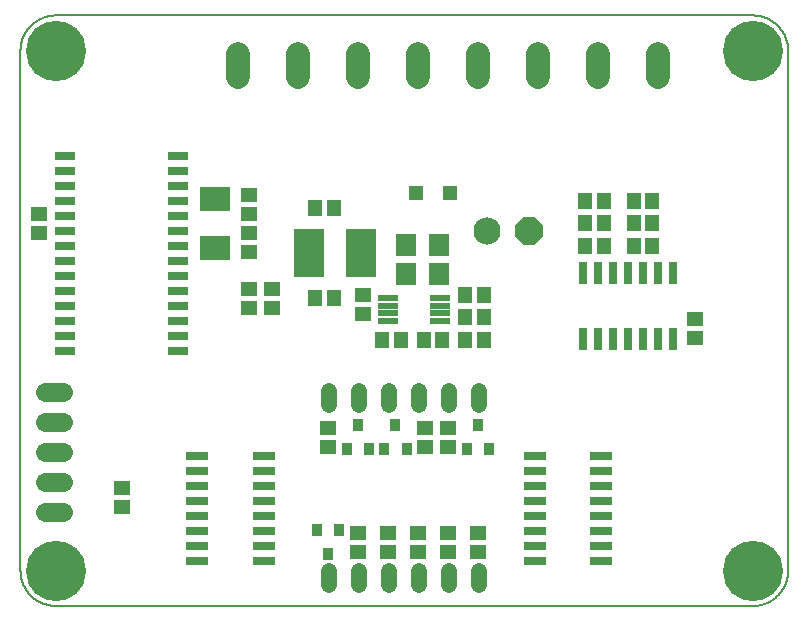
<source format=gts>
G75*
%MOIN*%
%OFA0B0*%
%FSLAX25Y25*%
%IPPOS*%
%LPD*%
%AMOC8*
5,1,8,0,0,1.08239X$1,22.5*
%
%ADD10C,0.00800*%
%ADD11R,0.05518X0.04731*%
%ADD12R,0.07290X0.03156*%
%ADD13R,0.03156X0.07290*%
%ADD14R,0.04731X0.05518*%
%ADD15C,0.06306*%
%ADD16C,0.05200*%
%ADD17R,0.03550X0.04337*%
%ADD18C,0.08077*%
%ADD19R,0.07093X0.02959*%
%ADD20R,0.09849X0.07880*%
%ADD21R,0.06896X0.02172*%
%ADD22R,0.10243X0.16148*%
%ADD23R,0.06699X0.07487*%
%ADD24R,0.04731X0.04731*%
%ADD25C,0.09061*%
%ADD26OC8,0.09061*%
%ADD27C,0.20085*%
D10*
X0034146Y0040429D02*
X0266430Y0040429D01*
X0266715Y0040432D01*
X0267001Y0040443D01*
X0267286Y0040460D01*
X0267570Y0040484D01*
X0267854Y0040515D01*
X0268137Y0040553D01*
X0268418Y0040598D01*
X0268699Y0040649D01*
X0268979Y0040707D01*
X0269257Y0040772D01*
X0269533Y0040844D01*
X0269807Y0040922D01*
X0270080Y0041007D01*
X0270350Y0041099D01*
X0270618Y0041197D01*
X0270884Y0041301D01*
X0271147Y0041412D01*
X0271407Y0041529D01*
X0271665Y0041652D01*
X0271919Y0041782D01*
X0272170Y0041918D01*
X0272418Y0042059D01*
X0272662Y0042207D01*
X0272903Y0042360D01*
X0273139Y0042520D01*
X0273372Y0042685D01*
X0273601Y0042855D01*
X0273826Y0043031D01*
X0274046Y0043213D01*
X0274262Y0043399D01*
X0274473Y0043591D01*
X0274680Y0043788D01*
X0274882Y0043990D01*
X0275079Y0044197D01*
X0275271Y0044408D01*
X0275457Y0044624D01*
X0275639Y0044844D01*
X0275815Y0045069D01*
X0275985Y0045298D01*
X0276150Y0045531D01*
X0276310Y0045767D01*
X0276463Y0046008D01*
X0276611Y0046252D01*
X0276752Y0046500D01*
X0276888Y0046751D01*
X0277018Y0047005D01*
X0277141Y0047263D01*
X0277258Y0047523D01*
X0277369Y0047786D01*
X0277473Y0048052D01*
X0277571Y0048320D01*
X0277663Y0048590D01*
X0277748Y0048863D01*
X0277826Y0049137D01*
X0277898Y0049413D01*
X0277963Y0049691D01*
X0278021Y0049971D01*
X0278072Y0050252D01*
X0278117Y0050533D01*
X0278155Y0050816D01*
X0278186Y0051100D01*
X0278210Y0051384D01*
X0278227Y0051669D01*
X0278238Y0051955D01*
X0278241Y0052240D01*
X0278241Y0225469D01*
X0278238Y0225754D01*
X0278227Y0226040D01*
X0278210Y0226325D01*
X0278186Y0226609D01*
X0278155Y0226893D01*
X0278117Y0227176D01*
X0278072Y0227457D01*
X0278021Y0227738D01*
X0277963Y0228018D01*
X0277898Y0228296D01*
X0277826Y0228572D01*
X0277748Y0228846D01*
X0277663Y0229119D01*
X0277571Y0229389D01*
X0277473Y0229657D01*
X0277369Y0229923D01*
X0277258Y0230186D01*
X0277141Y0230446D01*
X0277018Y0230704D01*
X0276888Y0230958D01*
X0276752Y0231209D01*
X0276611Y0231457D01*
X0276463Y0231701D01*
X0276310Y0231942D01*
X0276150Y0232178D01*
X0275985Y0232411D01*
X0275815Y0232640D01*
X0275639Y0232865D01*
X0275457Y0233085D01*
X0275271Y0233301D01*
X0275079Y0233512D01*
X0274882Y0233719D01*
X0274680Y0233921D01*
X0274473Y0234118D01*
X0274262Y0234310D01*
X0274046Y0234496D01*
X0273826Y0234678D01*
X0273601Y0234854D01*
X0273372Y0235024D01*
X0273139Y0235189D01*
X0272903Y0235349D01*
X0272662Y0235502D01*
X0272418Y0235650D01*
X0272170Y0235791D01*
X0271919Y0235927D01*
X0271665Y0236057D01*
X0271407Y0236180D01*
X0271147Y0236297D01*
X0270884Y0236408D01*
X0270618Y0236512D01*
X0270350Y0236610D01*
X0270080Y0236702D01*
X0269807Y0236787D01*
X0269533Y0236865D01*
X0269257Y0236937D01*
X0268979Y0237002D01*
X0268699Y0237060D01*
X0268418Y0237111D01*
X0268137Y0237156D01*
X0267854Y0237194D01*
X0267570Y0237225D01*
X0267286Y0237249D01*
X0267001Y0237266D01*
X0266715Y0237277D01*
X0266430Y0237280D01*
X0034146Y0237280D01*
X0033861Y0237277D01*
X0033575Y0237266D01*
X0033290Y0237249D01*
X0033006Y0237225D01*
X0032722Y0237194D01*
X0032439Y0237156D01*
X0032158Y0237111D01*
X0031877Y0237060D01*
X0031597Y0237002D01*
X0031319Y0236937D01*
X0031043Y0236865D01*
X0030769Y0236787D01*
X0030496Y0236702D01*
X0030226Y0236610D01*
X0029958Y0236512D01*
X0029692Y0236408D01*
X0029429Y0236297D01*
X0029169Y0236180D01*
X0028911Y0236057D01*
X0028657Y0235927D01*
X0028406Y0235791D01*
X0028158Y0235650D01*
X0027914Y0235502D01*
X0027673Y0235349D01*
X0027437Y0235189D01*
X0027204Y0235024D01*
X0026975Y0234854D01*
X0026750Y0234678D01*
X0026530Y0234496D01*
X0026314Y0234310D01*
X0026103Y0234118D01*
X0025896Y0233921D01*
X0025694Y0233719D01*
X0025497Y0233512D01*
X0025305Y0233301D01*
X0025119Y0233085D01*
X0024937Y0232865D01*
X0024761Y0232640D01*
X0024591Y0232411D01*
X0024426Y0232178D01*
X0024266Y0231942D01*
X0024113Y0231701D01*
X0023965Y0231457D01*
X0023824Y0231209D01*
X0023688Y0230958D01*
X0023558Y0230704D01*
X0023435Y0230446D01*
X0023318Y0230186D01*
X0023207Y0229923D01*
X0023103Y0229657D01*
X0023005Y0229389D01*
X0022913Y0229119D01*
X0022828Y0228846D01*
X0022750Y0228572D01*
X0022678Y0228296D01*
X0022613Y0228018D01*
X0022555Y0227738D01*
X0022504Y0227457D01*
X0022459Y0227176D01*
X0022421Y0226893D01*
X0022390Y0226609D01*
X0022366Y0226325D01*
X0022349Y0226040D01*
X0022338Y0225754D01*
X0022335Y0225469D01*
X0022335Y0052240D01*
X0022338Y0051955D01*
X0022349Y0051669D01*
X0022366Y0051384D01*
X0022390Y0051100D01*
X0022421Y0050816D01*
X0022459Y0050533D01*
X0022504Y0050252D01*
X0022555Y0049971D01*
X0022613Y0049691D01*
X0022678Y0049413D01*
X0022750Y0049137D01*
X0022828Y0048863D01*
X0022913Y0048590D01*
X0023005Y0048320D01*
X0023103Y0048052D01*
X0023207Y0047786D01*
X0023318Y0047523D01*
X0023435Y0047263D01*
X0023558Y0047005D01*
X0023688Y0046751D01*
X0023824Y0046500D01*
X0023965Y0046252D01*
X0024113Y0046008D01*
X0024266Y0045767D01*
X0024426Y0045531D01*
X0024591Y0045298D01*
X0024761Y0045069D01*
X0024937Y0044844D01*
X0025119Y0044624D01*
X0025305Y0044408D01*
X0025497Y0044197D01*
X0025694Y0043990D01*
X0025896Y0043788D01*
X0026103Y0043591D01*
X0026314Y0043399D01*
X0026530Y0043213D01*
X0026750Y0043031D01*
X0026975Y0042855D01*
X0027204Y0042685D01*
X0027437Y0042520D01*
X0027673Y0042360D01*
X0027914Y0042207D01*
X0028158Y0042059D01*
X0028406Y0041918D01*
X0028657Y0041782D01*
X0028911Y0041652D01*
X0029169Y0041529D01*
X0029429Y0041412D01*
X0029692Y0041301D01*
X0029958Y0041197D01*
X0030226Y0041099D01*
X0030496Y0041007D01*
X0030769Y0040922D01*
X0031043Y0040844D01*
X0031319Y0040772D01*
X0031597Y0040707D01*
X0031877Y0040649D01*
X0032158Y0040598D01*
X0032439Y0040553D01*
X0032722Y0040515D01*
X0033006Y0040484D01*
X0033290Y0040460D01*
X0033575Y0040443D01*
X0033861Y0040432D01*
X0034146Y0040429D01*
D11*
X0056085Y0073530D03*
X0056085Y0079829D03*
X0124835Y0093530D03*
X0124835Y0099829D03*
X0157335Y0099829D03*
X0164835Y0099829D03*
X0164835Y0093530D03*
X0157335Y0093530D03*
X0154835Y0064829D03*
X0154835Y0058530D03*
X0144835Y0058530D03*
X0144835Y0064829D03*
X0134835Y0064829D03*
X0134835Y0058530D03*
X0164835Y0058530D03*
X0164835Y0064829D03*
X0174835Y0064829D03*
X0174835Y0058530D03*
X0247335Y0129780D03*
X0247335Y0136079D03*
X0136509Y0137673D03*
X0136509Y0143972D03*
X0106085Y0146079D03*
X0106085Y0139780D03*
X0098585Y0139780D03*
X0098585Y0146079D03*
X0098585Y0158530D03*
X0098585Y0164829D03*
X0098585Y0171030D03*
X0098585Y0177329D03*
X0028585Y0171079D03*
X0028585Y0164780D03*
D12*
X0081213Y0090429D03*
X0081213Y0085429D03*
X0081213Y0080429D03*
X0081213Y0075429D03*
X0081213Y0070429D03*
X0081213Y0065429D03*
X0081213Y0060429D03*
X0081213Y0055429D03*
X0103457Y0055429D03*
X0103457Y0060429D03*
X0103457Y0065429D03*
X0103457Y0070429D03*
X0103457Y0075429D03*
X0103457Y0080429D03*
X0103457Y0085429D03*
X0103457Y0090429D03*
X0193713Y0090429D03*
X0193713Y0085429D03*
X0193713Y0080429D03*
X0193713Y0075429D03*
X0193713Y0070429D03*
X0193713Y0065429D03*
X0193713Y0060429D03*
X0193713Y0055429D03*
X0215957Y0055429D03*
X0215957Y0060429D03*
X0215957Y0065429D03*
X0215957Y0070429D03*
X0215957Y0075429D03*
X0215957Y0080429D03*
X0215957Y0085429D03*
X0215957Y0090429D03*
D13*
X0214835Y0129307D03*
X0219835Y0129307D03*
X0224835Y0129307D03*
X0229835Y0129307D03*
X0234835Y0129307D03*
X0239835Y0129307D03*
X0239835Y0151551D03*
X0234835Y0151551D03*
X0229835Y0151551D03*
X0224835Y0151551D03*
X0219835Y0151551D03*
X0214835Y0151551D03*
X0209835Y0151551D03*
X0209835Y0129307D03*
D14*
X0176735Y0129179D03*
X0170436Y0129179D03*
X0162985Y0129179D03*
X0156686Y0129179D03*
X0149235Y0129179D03*
X0142936Y0129179D03*
X0126735Y0142929D03*
X0120436Y0142929D03*
X0120436Y0172929D03*
X0126735Y0172929D03*
X0170436Y0144179D03*
X0176735Y0144179D03*
X0176735Y0136679D03*
X0170436Y0136679D03*
X0210436Y0160429D03*
X0216735Y0160429D03*
X0216735Y0167929D03*
X0210436Y0167929D03*
X0210436Y0175429D03*
X0216735Y0175429D03*
X0226686Y0175429D03*
X0232985Y0175429D03*
X0232985Y0167929D03*
X0226686Y0167929D03*
X0226686Y0160429D03*
X0232985Y0160429D03*
D15*
X0036538Y0111679D02*
X0030633Y0111679D01*
X0030633Y0101679D02*
X0036538Y0101679D01*
X0036538Y0091679D02*
X0030633Y0091679D01*
X0030633Y0081679D02*
X0036538Y0081679D01*
X0036538Y0071679D02*
X0030633Y0071679D01*
D16*
X0125288Y0052199D02*
X0125288Y0047399D01*
X0135288Y0047399D02*
X0135288Y0052199D01*
X0145288Y0052199D02*
X0145288Y0047399D01*
X0155288Y0047399D02*
X0155288Y0052199D01*
X0165288Y0052199D02*
X0165288Y0047399D01*
X0175288Y0047399D02*
X0175288Y0052199D01*
X0175288Y0107399D02*
X0175288Y0112199D01*
X0165288Y0112199D02*
X0165288Y0107399D01*
X0155288Y0107399D02*
X0155288Y0112199D01*
X0145288Y0112199D02*
X0145288Y0107399D01*
X0135288Y0107399D02*
X0135288Y0112199D01*
X0125288Y0112199D02*
X0125288Y0107399D01*
D17*
X0134835Y0100616D03*
X0131095Y0092742D03*
X0138576Y0092742D03*
X0143595Y0092742D03*
X0151076Y0092742D03*
X0147335Y0100616D03*
X0171095Y0092742D03*
X0178576Y0092742D03*
X0174835Y0100616D03*
X0128576Y0065616D03*
X0121095Y0065616D03*
X0124835Y0057742D03*
D18*
X0114835Y0216591D02*
X0114835Y0224268D01*
X0094835Y0224268D02*
X0094835Y0216591D01*
X0134835Y0216591D02*
X0134835Y0224268D01*
X0154835Y0224268D02*
X0154835Y0216591D01*
X0174835Y0216591D02*
X0174835Y0224268D01*
X0194835Y0224268D02*
X0194835Y0216591D01*
X0214835Y0216591D02*
X0214835Y0224268D01*
X0234835Y0224268D02*
X0234835Y0216591D01*
D19*
X0074904Y0190429D03*
X0074904Y0185429D03*
X0074904Y0180429D03*
X0074904Y0175429D03*
X0074904Y0170429D03*
X0074904Y0165429D03*
X0074904Y0160429D03*
X0074904Y0155429D03*
X0074904Y0150429D03*
X0074904Y0145429D03*
X0074904Y0140429D03*
X0074904Y0135429D03*
X0074904Y0130429D03*
X0074904Y0125429D03*
X0037267Y0125429D03*
X0037267Y0130429D03*
X0037267Y0135429D03*
X0037267Y0140429D03*
X0037267Y0145429D03*
X0037267Y0150429D03*
X0037267Y0155429D03*
X0037267Y0160429D03*
X0037267Y0165429D03*
X0037267Y0170429D03*
X0037267Y0175429D03*
X0037267Y0180429D03*
X0037267Y0185429D03*
X0037267Y0190429D03*
D20*
X0087335Y0176000D03*
X0087335Y0159858D03*
D21*
X0144924Y0142929D03*
X0144924Y0140429D03*
X0144924Y0137929D03*
X0144924Y0135429D03*
X0162247Y0135429D03*
X0162247Y0137929D03*
X0162247Y0140429D03*
X0162247Y0142929D03*
D22*
X0135997Y0157929D03*
X0118674Y0157929D03*
D23*
X0150879Y0160803D03*
X0150879Y0151118D03*
X0161902Y0151118D03*
X0161902Y0160803D03*
D24*
X0165544Y0177929D03*
X0154127Y0177929D03*
D25*
X0177946Y0165429D03*
D26*
X0191725Y0165429D03*
D27*
X0266430Y0225469D03*
X0266430Y0052240D03*
X0034146Y0052240D03*
X0034146Y0225469D03*
M02*

</source>
